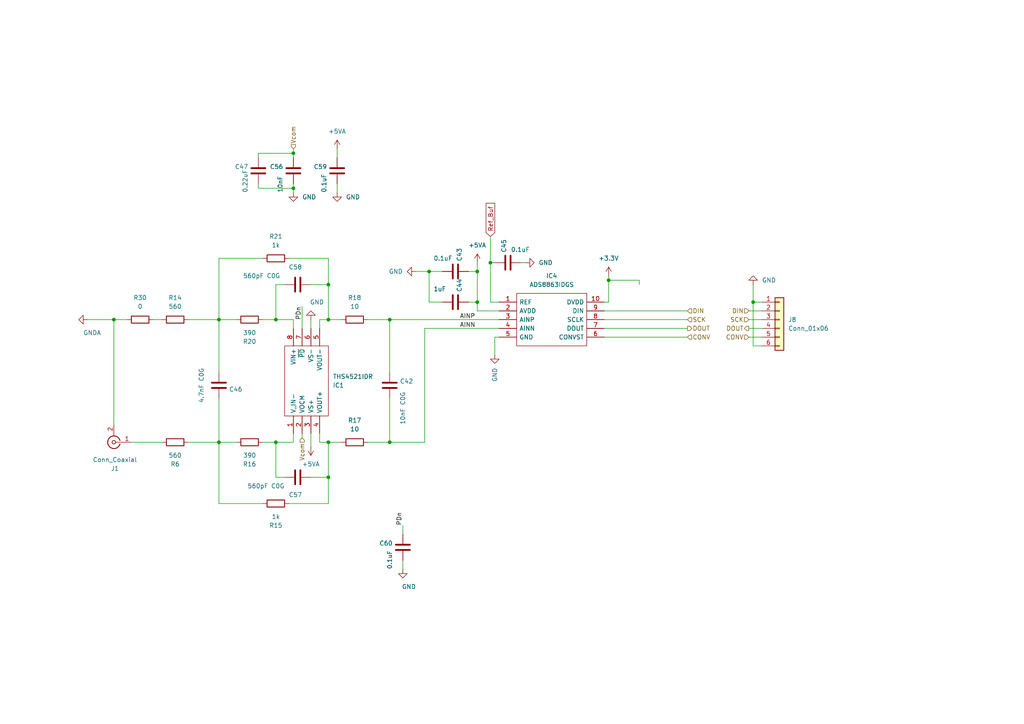
<source format=kicad_sch>
(kicad_sch (version 20211123) (generator eeschema)
  (paper "A4")
  (lib_symbols
    (symbol "Connector:Conn_Coaxial" (pin_names (offset 1.016) hide)
      (property "Reference" "J" (at 0.254 3.048 0))
      (property "Value" "Conn_Coaxial" (at 2.921 0 90))
      (symbol "Conn_Coaxial_0_1"
        (arc (start -1.778 -0.508) (mid 0.2311 -1.8066) (end 1.778 0) (stroke (width 0.254)))
        (polyline (pts (xy -2.54 0) (xy -0.508 0)))
        (polyline (pts (xy 0 -2.54) (xy 0 -1.778)))
        (circle (center 0 0) (radius 0.508) (stroke (width 0.2032)))
        (arc (start 1.778 0) (mid 0.2099 1.8101) (end -1.778 0.508) (stroke (width 0.254)))
      )
      (symbol "Conn_Coaxial_1_1"
        (pin passive line (at -5.08 0 0) (length 2.54) (name "In") (number "1"))
        (pin passive line (at 0 -5.08 90) (length 2.54) (name "Ext") (number "2"))
      )
    )
    (symbol "Connector_Generic:Conn_01x06" (pin_names (offset 1.016) hide)
      (property "Reference" "J" (at 0 7.62 0))
      (property "Value" "Conn_01x06" (at 0 -10.16 0))
      (symbol "Conn_01x06_1_1"
        (rectangle (start -1.27 -7.493) (end 0 -7.747) (stroke (width 0.1524)))
        (rectangle (start -1.27 -4.953) (end 0 -5.207) (stroke (width 0.1524)))
        (rectangle (start -1.27 -2.413) (end 0 -2.667) (stroke (width 0.1524)))
        (rectangle (start -1.27 0.127) (end 0 -0.127) (stroke (width 0.1524)))
        (rectangle (start -1.27 2.667) (end 0 2.413) (stroke (width 0.1524)))
        (rectangle (start -1.27 5.207) (end 0 4.953) (stroke (width 0.1524)))
        (rectangle (start -1.27 6.35) (end 1.27 -8.89) (stroke (width 0.254)) (fill (type background)))
        (pin passive line (at -5.08 5.08 0) (length 3.81) (name "Pin_1") (number "1"))
        (pin passive line (at -5.08 2.54 0) (length 3.81) (name "Pin_2") (number "2"))
        (pin passive line (at -5.08 0 0) (length 3.81) (name "Pin_3") (number "3"))
        (pin passive line (at -5.08 -2.54 0) (length 3.81) (name "Pin_4") (number "4"))
        (pin passive line (at -5.08 -5.08 0) (length 3.81) (name "Pin_5") (number "5"))
        (pin passive line (at -5.08 -7.62 0) (length 3.81) (name "Pin_6") (number "6"))
      )
    )
    (symbol "Device:C" (pin_numbers hide) (pin_names (offset 0.254))
      (property "Reference" "C" (at 0.635 2.54 0))
      (property "Value" "C" (at 0.635 -2.54 0))
      (symbol "C_0_1"
        (polyline (pts (xy -2.032 -0.762) (xy 2.032 -0.762)) (stroke (width 0.508)))
        (polyline (pts (xy -2.032 0.762) (xy 2.032 0.762)) (stroke (width 0.508)))
      )
      (symbol "C_1_1"
        (pin passive line (at 0 3.81 270) (length 2.794) (name "~") (number "1"))
        (pin passive line (at 0 -3.81 90) (length 2.794) (name "~") (number "2"))
      )
    )
    (symbol "Device:R" (pin_numbers hide) (pin_names (offset 0))
      (property "Reference" "R" (at 2.032 0 90))
      (property "Value" "R" (at 0 0 90))
      (symbol "R_0_1"
        (rectangle (start -1.016 -2.54) (end 1.016 2.54) (stroke (width 0.254)))
      )
      (symbol "R_1_1"
        (pin passive line (at 0 3.81 270) (length 1.27) (name "~") (number "1"))
        (pin passive line (at 0 -3.81 90) (length 1.27) (name "~") (number "2"))
      )
    )
    (symbol "SamacSys_Parts:ADS8863IDGS" (pin_names (offset 0.762))
      (property "Reference" "IC" (at 26.67 7.62 0))
      (property "Value" "ADS8863IDGS" (at 26.67 5.08 0))
      (symbol "ADS8863IDGS_0_0"
        (pin passive line (at 0 0 0) (length 5.08) (name "REF") (number "1"))
        (pin passive line (at 30.48 0 180) (length 5.08) (name "DVDD") (number "10"))
        (pin passive line (at 0 -2.54 0) (length 5.08) (name "AVDD") (number "2"))
        (pin passive line (at 0 -5.08 0) (length 5.08) (name "AINP") (number "3"))
        (pin passive line (at 0 -7.62 0) (length 5.08) (name "AINN") (number "4"))
        (pin passive line (at 0 -10.16 0) (length 5.08) (name "GND") (number "5"))
        (pin passive line (at 30.48 -10.16 180) (length 5.08) (name "CONVST") (number "6"))
        (pin passive line (at 30.48 -7.62 180) (length 5.08) (name "DOUT") (number "7"))
        (pin passive line (at 30.48 -5.08 180) (length 5.08) (name "SCLK") (number "8"))
        (pin passive line (at 30.48 -2.54 180) (length 5.08) (name "DIN") (number "9"))
      )
      (symbol "ADS8863IDGS_0_1"
        (polyline (pts (xy 5.08 2.54) (xy 25.4 2.54) (xy 25.4 -12.7) (xy 5.08 -12.7) (xy 5.08 2.54)) (stroke (width 0.1524)))
      )
    )
    (symbol "SamacSys_Parts:THS4521IDR" (pin_names (offset 0.762))
      (property "Reference" "IC" (at 26.67 7.62 0))
      (property "Value" "THS4521IDR" (at 26.67 5.08 0))
      (symbol "THS4521IDR_0_0"
        (pin passive line (at 0 0 0) (length 5.08) (name "V_IN-") (number "1"))
        (pin passive line (at 0 -2.54 0) (length 5.08) (name "VOCM") (number "2"))
        (pin passive line (at 0 -5.08 0) (length 5.08) (name "VS+") (number "3"))
        (pin passive line (at 0 -7.62 0) (length 5.08) (name "VOUT+") (number "4"))
        (pin passive line (at 30.48 -7.62 180) (length 5.08) (name "VOUT-") (number "5"))
        (pin passive line (at 30.48 -5.08 180) (length 5.08) (name "VS-") (number "6"))
        (pin passive line (at 30.48 -2.54 180) (length 5.08) (name "~{PD}") (number "7"))
        (pin passive line (at 30.48 0 180) (length 5.08) (name "VIN+") (number "8"))
      )
      (symbol "THS4521IDR_0_1"
        (polyline (pts (xy 5.08 2.54) (xy 25.4 2.54) (xy 25.4 -10.16) (xy 5.08 -10.16) (xy 5.08 2.54)) (stroke (width 0.1524)))
      )
    )
    (symbol "power:+3.3V" (power) (pin_names (offset 0))
      (property "Value" "+3.3V" (at 0 3.556 0))
      (symbol "+3.3V_0_1"
        (polyline (pts (xy -0.762 1.27) (xy 0 2.54)))
        (polyline (pts (xy 0 0) (xy 0 2.54)))
        (polyline (pts (xy 0 2.54) (xy 0.762 1.27)))
      )
      (symbol "+3.3V_1_1"
        (pin power_in line (at 0 0 90) (length 0) hide (name "+3.3V") (number "1"))
      )
    )
    (symbol "power:+5VA" (power) (pin_names (offset 0))
      (property "Value" "+5VA" (at 0 3.556 0))
      (symbol "+5VA_0_1"
        (polyline (pts (xy -0.762 1.27) (xy 0 2.54)))
        (polyline (pts (xy 0 0) (xy 0 2.54)))
        (polyline (pts (xy 0 2.54) (xy 0.762 1.27)))
      )
      (symbol "+5VA_1_1"
        (pin power_in line (at 0 0 90) (length 0) hide (name "+5VA") (number "1"))
      )
    )
    (symbol "power:GND" (power) (pin_names (offset 0))
      (property "Value" "GND" (at 0 -3.81 0))
      (symbol "GND_0_1"
        (polyline (pts (xy 0 0) (xy 0 -1.27) (xy 1.27 -1.27) (xy 0 -2.54) (xy -1.27 -1.27) (xy 0 -1.27)))
      )
      (symbol "GND_1_1"
        (pin power_in line (at 0 0 270) (length 0) hide (name "GND") (number "1"))
      )
    )
    (symbol "power:GNDA" (power) (pin_names (offset 0))
      (property "Value" "GNDA" (at 0 -3.81 0))
      (symbol "GNDA_0_1"
        (polyline (pts (xy 0 0) (xy 0 -1.27) (xy 1.27 -1.27) (xy 0 -2.54) (xy -1.27 -1.27) (xy 0 -1.27)))
      )
      (symbol "GNDA_1_1"
        (pin power_in line (at 0 0 270) (length 0) hide (name "GNDA") (number "1"))
      )
    )
  )
  (junction (at 95.25 128.27))
  (junction (at 63.5 92.71))
  (junction (at 176.53 81.28))
  (junction (at 63.5 128.27))
  (junction (at 95.25 82.55))
  (junction (at 138.43 87.63))
  (junction (at 80.01 128.27))
  (junction (at 95.25 138.43))
  (junction (at 33.02 92.71))
  (junction (at 113.03 128.27))
  (junction (at 80.01 92.71))
  (junction (at 95.25 92.71))
  (junction (at 85.09 54.61))
  (junction (at 85.09 44.45))
  (junction (at 113.03 92.71))
  (junction (at 142.24 76.2))
  (junction (at 124.46 78.74))
  (junction (at 138.43 78.74))
  (junction (at 218.44 87.63))
  (wire (pts (xy 124.46 87.63) (xy 128.27 87.63)))
  (wire (pts (xy 95.25 82.55) (xy 95.25 92.71)))
  (wire (pts (xy 143.51 97.79) (xy 143.51 102.87)))
  (wire (pts (xy 113.03 115.57) (xy 113.03 128.27)))
  (wire (pts (xy 144.78 95.25) (xy 123.19 95.25)))
  (wire (pts (xy 63.5 128.27) (xy 68.58 128.27)))
  (wire (pts (xy 63.5 74.93) (xy 76.2 74.93)))
  (wire (pts (xy 63.5 146.05) (xy 63.5 128.27)))
  (wire (pts (xy 80.01 82.55) (xy 80.01 92.71)))
  (wire (pts (xy 80.01 138.43) (xy 80.01 128.27)))
  (wire (pts (xy 82.55 82.55) (xy 80.01 82.55)))
  (wire (pts (xy 80.01 128.27) (xy 85.09 128.27)))
  (wire (pts (xy 152.4 76.2) (xy 151.13 76.2)))
  (wire (pts (xy 38.1 128.27) (xy 46.99 128.27)))
  (wire (pts (xy 175.26 90.17) (xy 199.39 90.17)))
  (wire (pts (xy 123.19 95.25) (xy 123.19 128.27)))
  (wire (pts (xy 124.46 78.74) (xy 124.46 87.63)))
  (wire (pts (xy 135.89 87.63) (xy 138.43 87.63)))
  (wire (pts (xy 82.55 138.43) (xy 80.01 138.43)))
  (wire (pts (xy 176.53 81.28) (xy 176.53 87.63)))
  (wire (pts (xy 90.17 129.54) (xy 90.17 125.73)))
  (wire (pts (xy 142.24 68.58) (xy 142.24 76.2)))
  (wire (pts (xy 95.25 146.05) (xy 95.25 138.43)))
  (wire (pts (xy 175.26 97.79) (xy 199.39 97.79)))
  (wire (pts (xy 85.09 125.73) (xy 85.09 128.27)))
  (wire (pts (xy 85.09 44.45) (xy 85.09 43.18)))
  (wire (pts (xy 33.02 92.71) (xy 36.83 92.71)))
  (wire (pts (xy 176.53 87.63) (xy 175.26 87.63)))
  (wire (pts (xy 143.51 76.2) (xy 142.24 76.2)))
  (wire (pts (xy 218.44 100.33) (xy 220.98 100.33)))
  (wire (pts (xy 218.44 87.63) (xy 218.44 100.33)))
  (wire (pts (xy 218.44 82.55) (xy 218.44 87.63)))
  (wire (pts (xy 33.02 123.19) (xy 33.02 92.71)))
  (wire (pts (xy 63.5 74.93) (xy 63.5 92.71)))
  (wire (pts (xy 176.53 80.01) (xy 176.53 81.28)))
  (wire (pts (xy 85.09 54.61) (xy 85.09 53.34)))
  (wire (pts (xy 83.82 146.05) (xy 95.25 146.05)))
  (wire (pts (xy 97.79 55.88) (xy 97.79 53.34)))
  (wire (pts (xy 185.42 81.28) (xy 185.42 82.55)))
  (wire (pts (xy 124.46 78.74) (xy 128.27 78.74)))
  (wire (pts (xy 76.2 92.71) (xy 80.01 92.71)))
  (wire (pts (xy 33.02 92.71) (xy 25.4 92.71)))
  (wire (pts (xy 217.17 95.25) (xy 220.98 95.25)))
  (wire (pts (xy 87.63 127) (xy 87.63 125.73)))
  (wire (pts (xy 138.43 76.2) (xy 138.43 78.74)))
  (wire (pts (xy 76.2 128.27) (xy 80.01 128.27)))
  (wire (pts (xy 44.45 92.71) (xy 46.99 92.71)))
  (wire (pts (xy 106.68 92.71) (xy 113.03 92.71)))
  (wire (pts (xy 217.17 92.71) (xy 220.98 92.71)))
  (wire (pts (xy 218.44 87.63) (xy 220.98 87.63)))
  (wire (pts (xy 142.24 76.2) (xy 142.24 87.63)))
  (wire (pts (xy 63.5 115.57) (xy 63.5 128.27)))
  (wire (pts (xy 54.61 128.27) (xy 63.5 128.27)))
  (wire (pts (xy 95.25 138.43) (xy 95.25 128.27)))
  (wire (pts (xy 74.93 53.34) (xy 74.93 54.61)))
  (wire (pts (xy 63.5 146.05) (xy 76.2 146.05)))
  (wire (pts (xy 138.43 78.74) (xy 138.43 87.63)))
  (wire (pts (xy 92.71 128.27) (xy 92.71 125.73)))
  (wire (pts (xy 95.25 128.27) (xy 99.06 128.27)))
  (wire (pts (xy 90.17 138.43) (xy 95.25 138.43)))
  (wire (pts (xy 54.61 92.71) (xy 63.5 92.71)))
  (wire (pts (xy 95.25 92.71) (xy 99.06 92.71)))
  (wire (pts (xy 175.26 92.71) (xy 199.39 92.71)))
  (wire (pts (xy 80.01 92.71) (xy 85.09 92.71)))
  (wire (pts (xy 217.17 90.17) (xy 220.98 90.17)))
  (wire (pts (xy 113.03 92.71) (xy 113.03 107.95)))
  (wire (pts (xy 85.09 45.72) (xy 85.09 44.45)))
  (wire (pts (xy 90.17 82.55) (xy 95.25 82.55)))
  (wire (pts (xy 176.53 81.28) (xy 185.42 81.28)))
  (wire (pts (xy 92.71 128.27) (xy 95.25 128.27)))
  (wire (pts (xy 74.93 45.72) (xy 74.93 44.45)))
  (wire (pts (xy 143.51 97.79) (xy 144.78 97.79)))
  (wire (pts (xy 92.71 92.71) (xy 92.71 95.25)))
  (wire (pts (xy 120.65 78.74) (xy 124.46 78.74)))
  (wire (pts (xy 113.03 128.27) (xy 106.68 128.27)))
  (wire (pts (xy 87.63 95.25) (xy 87.63 88.9)))
  (wire (pts (xy 63.5 107.95) (xy 63.5 92.71)))
  (wire (pts (xy 90.17 92.71) (xy 90.17 95.25)))
  (wire (pts (xy 113.03 92.71) (xy 144.78 92.71)))
  (wire (pts (xy 217.17 97.79) (xy 220.98 97.79)))
  (wire (pts (xy 175.26 95.25) (xy 199.39 95.25)))
  (wire (pts (xy 138.43 78.74) (xy 135.89 78.74)))
  (wire (pts (xy 138.43 90.17) (xy 144.78 90.17)))
  (wire (pts (xy 92.71 92.71) (xy 95.25 92.71)))
  (wire (pts (xy 83.82 74.93) (xy 95.25 74.93)))
  (wire (pts (xy 63.5 92.71) (xy 68.58 92.71)))
  (wire (pts (xy 142.24 87.63) (xy 144.78 87.63)))
  (wire (pts (xy 138.43 87.63) (xy 138.43 90.17)))
  (wire (pts (xy 85.09 55.88) (xy 85.09 54.61)))
  (wire (pts (xy 116.84 152.4) (xy 116.84 154.94)))
  (wire (pts (xy 85.09 95.25) (xy 85.09 92.71)))
  (wire (pts (xy 123.19 128.27) (xy 113.03 128.27)))
  (wire (pts (xy 74.93 44.45) (xy 85.09 44.45)))
  (wire (pts (xy 97.79 45.72) (xy 97.79 43.18)))
  (wire (pts (xy 116.84 165.1) (xy 116.84 162.56)))
  (wire (pts (xy 74.93 54.61) (xy 85.09 54.61)))
  (wire (pts (xy 95.25 74.93) (xy 95.25 82.55)))
  (label "AINN" (at 133.35 95.25 0))
  (label "PDn" (at 116.84 152.4 90))
  (label "AINP" (at 133.35 92.71 0))
  (label "PDn" (at 87.63 88.9 270))
  (global_label "Ref_Buf" (shape input) (at 142.24 68.58 90) (property "Intersheet References" "${INTERSHEET_REFS}" (effects hide)))
  (hierarchical_label "CONV" (shape input) (at 217.17 97.79 180))
  (hierarchical_label "CONV" (shape input) (at 199.39 97.79 0))
  (hierarchical_label "SCK" (shape input) (at 199.39 92.71 0))
  (hierarchical_label "Vcom" (shape input) (at 87.63 127 270))
  (hierarchical_label "DIN" (shape input) (at 217.17 90.17 180))
  (hierarchical_label "DOUT" (shape output) (at 217.17 95.25 180))
  (hierarchical_label "SCK" (shape input) (at 217.17 92.71 180))
  (hierarchical_label "Vcom" (shape input) (at 85.09 43.18 90))
  (hierarchical_label "DIN" (shape input) (at 199.39 90.17 0))
  (hierarchical_label "DOUT" (shape output) (at 199.39 95.25 0))
  (symbol (lib_id "power:GND") (at 90.17 92.71 0) (mirror x) (unit 1)
    (property "Reference" "#PWR0147" (effects hide))
    (property "Value" "GND" (at 93.98 87.63 0) (effects (justify right)))
  )
  (symbol (lib_id "Device:C") (at 85.09 49.53 0) (mirror y) (unit 1)
    (property "Reference" "C56" (at 82.169 48.3616 0) (effects (justify left)))
    (property "Value" "10nF" (at 81.28 55.88 90) (effects (justify left)))
    (property "Footprint" "Capacitor_SMD:C_0603_1608Metric_Pad1.08x0.95mm_HandSolder" (effects hide))
  )
  (symbol (lib_id "Device:C") (at 97.79 49.53 0) (mirror y) (unit 1)
    (property "Reference" "C59" (at 94.869 48.3616 0) (effects (justify left)))
    (property "Value" "0.1uF" (at 93.98 55.88 90) (effects (justify left)))
    (property "Footprint" "Capacitor_SMD:C_0603_1608Metric_Pad1.08x0.95mm_HandSolder" (effects hide))
  )
  (symbol (lib_id "Device:R") (at 80.01 74.93 270) (mirror x) (unit 1)
    (property "Reference" "R21" (at 80.01 68.58 90))
    (property "Value" "1k" (at 80.01 71.12 90))
    (property "Footprint" "Resistor_SMD:R_0805_2012Metric" (effects hide))
  )
  (symbol (lib_id "power:GND") (at 85.09 55.88 0) (unit 1)
    (property "Reference" "#PWR0145" (effects hide))
    (property "Value" "GND" (at 87.63 57.1499 0) (effects (justify left)))
  )
  (symbol (lib_id "power:GND") (at 97.79 55.88 0) (unit 1)
    (property "Reference" "#PWR0146" (effects hide))
    (property "Value" "GND" (at 100.33 57.1499 0) (effects (justify left)))
  )
  (symbol (lib_id "Device:R") (at 50.8 128.27 270) (unit 1)
    (property "Reference" "R6" (at 50.8 134.62 90))
    (property "Value" "560" (at 50.8 132.08 90))
    (property "Footprint" "Resistor_SMD:R_0805_2012Metric" (effects hide))
  )
  (symbol (lib_id "Device:C") (at 74.93 49.53 0) (mirror y) (unit 1)
    (property "Reference" "C47" (at 72.009 48.3616 0) (effects (justify left)))
    (property "Value" "0.22uF" (at 71.12 55.88 90) (effects (justify left)))
    (property "Footprint" "Capacitor_SMD:C_0603_1608Metric_Pad1.08x0.95mm_HandSolder" (effects hide))
  )
  (symbol (lib_id "Device:C") (at 86.36 82.55 90) (unit 1)
    (property "Reference" "C58" (at 87.63 77.47 90) (effects (justify left)))
    (property "Value" "560pF C0G" (at 81.28 80.01 90) (effects (justify left)))
    (property "Footprint" "Capacitor_SMD:C_0805_2012Metric" (effects hide))
  )
  (symbol (lib_id "power:GND") (at 120.65 78.74 270) (unit 1)
    (property "Reference" "#PWR0138" (effects hide))
    (property "Value" "GND" (at 116.84 78.7401 90) (effects (justify right)))
  )
  (symbol (lib_id "Connector:Conn_Coaxial") (at 33.02 128.27 180) (unit 1)
    (property "Reference" "J1" (at 33.3374 135.89 0))
    (property "Value" "Conn_Coaxial" (at 33.3374 133.35 0))
    (property "Footprint" "Connector_Coaxial:SMA_Amphenol_132134_Vertical" (effects hide))
    (property "Datasheet" " ~" (effects hide))
  )
  (symbol (lib_id "power:+3.3V") (at 176.53 80.01 0) (unit 1)
    (property "Reference" "#PWR0141" (effects hide))
    (property "Value" "+3.3V" (at 176.53 74.93 0))
  )
  (symbol (lib_id "power:+5VA") (at 97.79 43.18 0) (unit 1)
    (property "Reference" "#PWR0142" (effects hide))
    (property "Value" "+5VA" (at 97.79 38.1 0))
  )
  (symbol (lib_id "Device:R") (at 80.01 146.05 270) (unit 1)
    (property "Reference" "R15" (at 80.01 152.4 90))
    (property "Value" "1k" (at 80.01 149.86 90))
    (property "Footprint" "Resistor_SMD:R_0805_2012Metric" (effects hide))
  )
  (symbol (lib_id "Device:C") (at 113.03 111.76 0) (unit 1)
    (property "Reference" "C42" (at 115.951 110.5916 0) (effects (justify left)))
    (property "Value" "10nF C0G" (at 116.84 123.19 90) (effects (justify left)))
    (property "Footprint" "Capacitor_SMD:C_0805_2012Metric" (effects hide))
  )
  (symbol (lib_id "Device:R") (at 72.39 92.71 270) (mirror x) (unit 1)
    (property "Reference" "R20" (at 72.39 99.06 90))
    (property "Value" "390" (at 72.39 96.52 90))
    (property "Footprint" "Resistor_SMD:R_0805_2012Metric" (effects hide))
  )
  (symbol (lib_id "power:GND") (at 116.84 165.1 0) (unit 1)
    (property "Reference" "#PWR0148" (effects hide))
    (property "Value" "GND" (at 120.65 170.18 0) (effects (justify right)))
  )
  (symbol (lib_id "Device:R") (at 102.87 92.71 270) (unit 1)
    (property "Reference" "R18" (at 102.87 86.36 90))
    (property "Value" "10" (at 102.87 88.9 90))
    (property "Footprint" "Resistor_SMD:R_0805_2012Metric" (effects hide))
  )
  (symbol (lib_id "Device:C") (at 116.84 158.75 0) (mirror y) (unit 1)
    (property "Reference" "C60" (at 113.919 157.5816 0) (effects (justify left)))
    (property "Value" "0.1uF" (at 113.03 165.1 90) (effects (justify left)))
    (property "Footprint" "Capacitor_SMD:C_0603_1608Metric_Pad1.08x0.95mm_HandSolder" (effects hide))
  )
  (symbol (lib_id "power:GND") (at 143.51 102.87 0) (unit 1)
    (property "Reference" "#PWR0140" (effects hide))
    (property "Value" "GND" (at 143.5101 106.68 90) (effects (justify right)))
  )
  (symbol (lib_id "Device:R") (at 50.8 92.71 270) (mirror x) (unit 1)
    (property "Reference" "R14" (at 50.8 86.36 90))
    (property "Value" "560" (at 50.8 88.9 90))
    (property "Footprint" "Resistor_SMD:R_0805_2012Metric" (effects hide))
  )
  (symbol (lib_id "power:GND") (at 152.4 76.2 90) (unit 1)
    (property "Reference" "#PWR0130" (effects hide))
    (property "Value" "GND" (at 156.21 76.1999 90) (effects (justify right)))
  )
  (symbol (lib_id "SamacSys_Parts:ADS8863IDGS") (at 144.78 87.63 0) (unit 1)
    (property "Reference" "IC4" (at 160.02 80.01 0))
    (property "Value" "ADS8863IDGS" (at 160.02 82.55 0))
    (property "Footprint" "SamacSys_Parts:SOP50P490X110-10N" (effects hide))
    (property "Datasheet" "http://www.ti.com/lit/gpn/ADS8863" (effects hide))
    (property "Description" "16-Bit, 680-kSPS, Serial Interface, Micro-Power, Miniature, Differential Input SAR ADC" (effects hide))
    (property "Height" "1.1" (effects hide))
    (property "Mouser Part Number" "595-ADS8863IDGS" (effects hide))
    (property "Mouser Price/Stock" "https://www.mouser.com/Search/Refine.aspx?Keyword=595-ADS8863IDGS" (effects hide))
    (property "Manufacturer_Name" "Texas Instruments" (effects hide))
    (property "Manufacturer_Part_Number" "ADS8863IDGS" (effects hide))
  )
  (symbol (lib_id "Connector_Generic:Conn_01x06") (at 226.06 92.71 0) (unit 1)
    (property "Reference" "J8" (at 228.6 92.7099 0) (effects (justify left)))
    (property "Value" "Conn_01x06" (at 228.6 95.2499 0) (effects (justify left)))
    (property "Footprint" "Connector_PinHeader_2.54mm:PinHeader_1x06_P2.54mm_Vertical" (effects hide))
  )
  (symbol (lib_id "power:GNDA") (at 25.4 92.71 270) (mirror x) (unit 1)
    (property "Reference" "#PWR0144" (effects hide))
    (property "Value" "GNDA" (at 24.13 96.52 90) (effects (justify left)))
  )
  (symbol (lib_id "SamacSys_Parts:THS4521IDR") (at 85.09 125.73 90) (unit 1)
    (property "Reference" "IC1" (at 96.52 111.7601 90) (effects (justify right)))
    (property "Value" "THS4521IDR" (at 96.52 109.2201 90) (effects (justify right)))
    (property "Footprint" "SamacSys_Parts:SOIC127P600X175-8N" (effects hide))
    (property "Datasheet" "http://www.ti.com/lit/gpn/THS4521" (effects hide))
    (property "Description" "VERY LOW POWER, NEGATIVE RAIL INPUT, RAIL-TO-RAIL OUTPUT,  FULLY DIFFERENTIAL AMPLIFIER" (effects hide))
    (property "Height" "1.75" (effects hide))
    (property "Mouser Part Number" "595-THS4521IDR" (effects hide))
    (property "Mouser Price/Stock" "https://www.mouser.co.uk/ProductDetail/Texas-Instruments/THS4521IDR?qs=3WadRV20yGwLUGH83x1tlQ%3D%3D" (effects hide))
    (property "Manufacturer_Name" "Texas Instruments" (effects hide))
    (property "Manufacturer_Part_Number" "THS4521IDR" (effects hide))
  )
  (symbol (lib_id "Device:C") (at 86.36 138.43 90) (mirror x) (unit 1)
    (property "Reference" "C57" (at 87.63 143.51 90) (effects (justify left)))
    (property "Value" "560pF C0G" (at 82.55 140.97 90) (effects (justify left)))
    (property "Footprint" "Capacitor_SMD:C_0805_2012Metric" (effects hide))
  )
  (symbol (lib_id "Device:C") (at 132.08 78.74 270) (mirror x) (unit 1)
    (property "Reference" "C43" (at 133.2484 75.819 0) (effects (justify left)))
    (property "Value" "0.1uF" (at 125.73 74.93 90) (effects (justify left)))
    (property "Footprint" "Capacitor_SMD:C_0603_1608Metric_Pad1.08x0.95mm_HandSolder" (effects hide))
  )
  (symbol (lib_id "Device:R") (at 72.39 128.27 270) (unit 1)
    (property "Reference" "R16" (at 72.39 134.62 90))
    (property "Value" "390" (at 72.39 132.08 90))
    (property "Footprint" "Resistor_SMD:R_0805_2012Metric" (effects hide))
  )
  (symbol (lib_id "Device:R") (at 102.87 128.27 270) (unit 1)
    (property "Reference" "R17" (at 102.87 121.92 90))
    (property "Value" "10" (at 102.87 124.46 90))
    (property "Footprint" "Resistor_SMD:R_0805_2012Metric" (effects hide))
  )
  (symbol (lib_id "Device:R") (at 40.64 92.71 270) (unit 1)
    (property "Reference" "R30" (at 40.64 86.36 90))
    (property "Value" "0" (at 40.64 88.9 90))
    (property "Footprint" "Resistor_SMD:R_0805_2012Metric" (effects hide))
  )
  (symbol (lib_id "Device:C") (at 132.08 87.63 270) (mirror x) (unit 1)
    (property "Reference" "C44" (at 133.2484 84.709 0) (effects (justify left)))
    (property "Value" "1uF" (at 125.73 83.82 90) (effects (justify left)))
    (property "Footprint" "Capacitor_SMD:C_0805_2012Metric" (effects hide))
  )
  (symbol (lib_id "Device:C") (at 63.5 111.76 0) (mirror x) (unit 1)
    (property "Reference" "C46" (at 66.421 112.9284 0) (effects (justify left)))
    (property "Value" "4.7nF C0G" (at 58.42 106.68 90) (effects (justify left)))
    (property "Footprint" "Capacitor_SMD:C_0805_2012Metric" (effects hide))
  )
  (symbol (lib_id "power:+5VA") (at 90.17 129.54 0) (mirror x) (unit 1)
    (property "Reference" "#PWR0143" (effects hide))
    (property "Value" "+5VA" (at 90.17 134.62 0))
  )
  (symbol (lib_id "Device:C") (at 147.32 76.2 90) (unit 1)
    (property "Reference" "C45" (at 146.1516 73.279 0) (effects (justify left)))
    (property "Value" "0.1uF" (at 153.67 72.39 90) (effects (justify left)))
    (property "Footprint" "Capacitor_SMD:C_0603_1608Metric_Pad1.08x0.95mm_HandSolder" (effects hide))
  )
  (symbol (lib_id "power:GND") (at 218.44 82.55 180) (unit 1)
    (property "Reference" "#PWR0176" (effects hide))
    (property "Value" "GND" (at 220.98 81.2799 0) (effects (justify right)))
  )
  (symbol (lib_id "power:+5VA") (at 138.43 76.2 0) (unit 1)
    (property "Reference" "#PWR0139" (effects hide))
    (property "Value" "+5VA" (at 138.43 71.12 0))
  )
)
</source>
